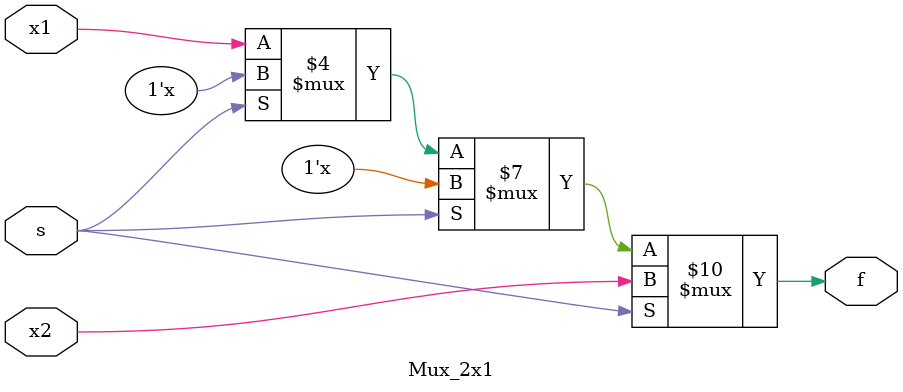
<source format=v>
`timescale 1ns / 1ps

// Author : Venu Pabbuleti 
// ID     : N180116
//Branch  : ECE
//Project : RTL design using Verilog
//Design  : D FF By 2x1 Mux
//Module  : Mux_2x1
//RGUKT NUZVID 
//////////////////////////////////////////////////////////////////////////////////


module Mux_2x1(x1,x2,s,f);
input x1,x2,s;
output reg f;

always@(x1,x2,s) 
begin
    if(s)
        f=x2;
    else if(!s)
        f=x1;
    else
        f=1'bx;
end
endmodule

 

</source>
